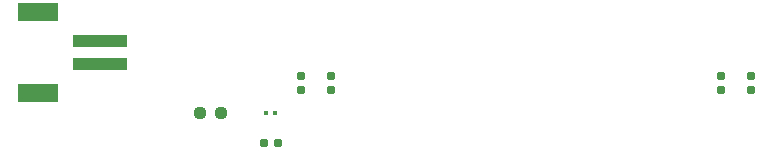
<source format=gbr>
%TF.GenerationSoftware,KiCad,Pcbnew,(6.0.7-1)-1*%
%TF.CreationDate,2022-08-15T15:20:02-07:00*%
%TF.ProjectId,KamiPCB,4b616d69-5043-4422-9e6b-696361645f70,rev?*%
%TF.SameCoordinates,Original*%
%TF.FileFunction,Paste,Top*%
%TF.FilePolarity,Positive*%
%FSLAX46Y46*%
G04 Gerber Fmt 4.6, Leading zero omitted, Abs format (unit mm)*
G04 Created by KiCad (PCBNEW (6.0.7-1)-1) date 2022-08-15 15:20:02*
%MOMM*%
%LPD*%
G01*
G04 APERTURE LIST*
G04 Aperture macros list*
%AMRoundRect*
0 Rectangle with rounded corners*
0 $1 Rounding radius*
0 $2 $3 $4 $5 $6 $7 $8 $9 X,Y pos of 4 corners*
0 Add a 4 corners polygon primitive as box body*
4,1,4,$2,$3,$4,$5,$6,$7,$8,$9,$2,$3,0*
0 Add four circle primitives for the rounded corners*
1,1,$1+$1,$2,$3*
1,1,$1+$1,$4,$5*
1,1,$1+$1,$6,$7*
1,1,$1+$1,$8,$9*
0 Add four rect primitives between the rounded corners*
20,1,$1+$1,$2,$3,$4,$5,0*
20,1,$1+$1,$4,$5,$6,$7,0*
20,1,$1+$1,$6,$7,$8,$9,0*
20,1,$1+$1,$8,$9,$2,$3,0*%
G04 Aperture macros list end*
%ADD10RoundRect,0.160000X0.160000X-0.197500X0.160000X0.197500X-0.160000X0.197500X-0.160000X-0.197500X0*%
%ADD11RoundRect,0.160000X-0.197500X-0.160000X0.197500X-0.160000X0.197500X0.160000X-0.197500X0.160000X0*%
%ADD12RoundRect,0.237500X-0.250000X-0.237500X0.250000X-0.237500X0.250000X0.237500X-0.250000X0.237500X0*%
%ADD13R,4.600000X1.000000*%
%ADD14R,3.400000X1.600000*%
%ADD15RoundRect,0.067500X-0.137500X-0.067500X0.137500X-0.067500X0.137500X0.067500X-0.137500X0.067500X0*%
G04 APERTURE END LIST*
D10*
%TO.C,10k*%
X134620000Y-109817500D03*
X134620000Y-108622500D03*
%TD*%
%TO.C,10k*%
X167640000Y-109817500D03*
X167640000Y-108622500D03*
%TD*%
D11*
%TO.C,100k*%
X128942500Y-114300000D03*
X130137500Y-114300000D03*
%TD*%
D10*
%TO.C,100*%
X170180000Y-109817500D03*
X170180000Y-108622500D03*
%TD*%
%TO.C,100*%
X132080000Y-108622500D03*
X132080000Y-109817500D03*
%TD*%
D12*
%TO.C,*%
X123547500Y-111760000D03*
X125372500Y-111760000D03*
%TD*%
D13*
%TO.C,X1*%
X115079000Y-107680000D03*
X115079000Y-105680000D03*
D14*
X109879000Y-110080000D03*
X109879000Y-103280000D03*
%TD*%
D15*
%TO.C, *%
X129177500Y-111760000D03*
X129902500Y-111760000D03*
%TD*%
M02*

</source>
